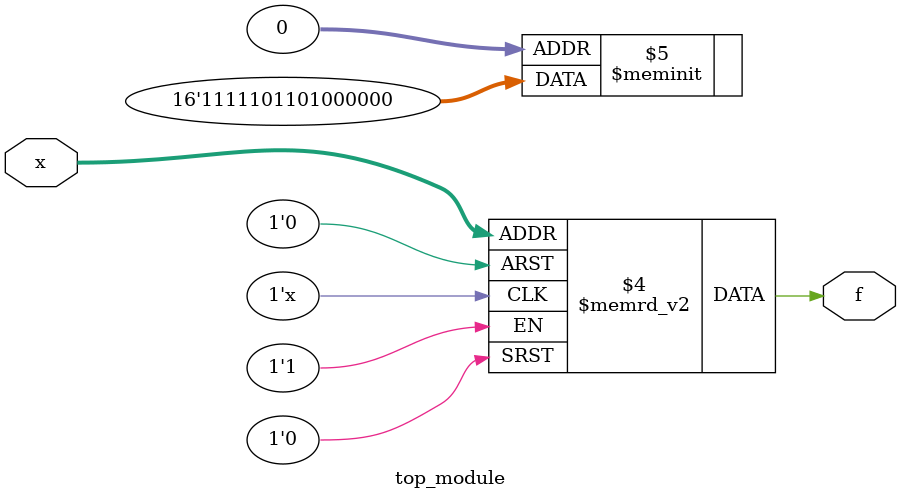
<source format=sv>
module top_module (
    input [4:1] x,
    output logic f
);

    always_comb begin
        case (x)
            4'b0000: f = 1'b0; // d (don't care, we chose 0)
            4'b0001: f = 1'b0;
            4'b0010: f = 1'b0; // d (don't care, we chose 0)
            4'b0011: f = 1'b0; // d (don't care, we chose 0)
            4'b0100: f = 1'b0;
            4'b0101: f = 1'b0; // d (don't care, we chose 0)
            4'b0110: f = 1'b1;
            4'b0111: f = 1'b0;
            4'b1000: f = 1'b1;
            4'b1001: f = 1'b1;
            4'b1010: f = 1'b0;
            4'b1011: f = 1'b1; // d (don't care, we chose 1)
            4'b1100: f = 1'b1;
            4'b1101: f = 1'b1;
            4'b1110: f = 1'b1; // d (don't care, we chose 1)
            4'b1111: f = 1'b1; // d (don't care, we chose 1)
        endcase
    end

endmodule

</source>
